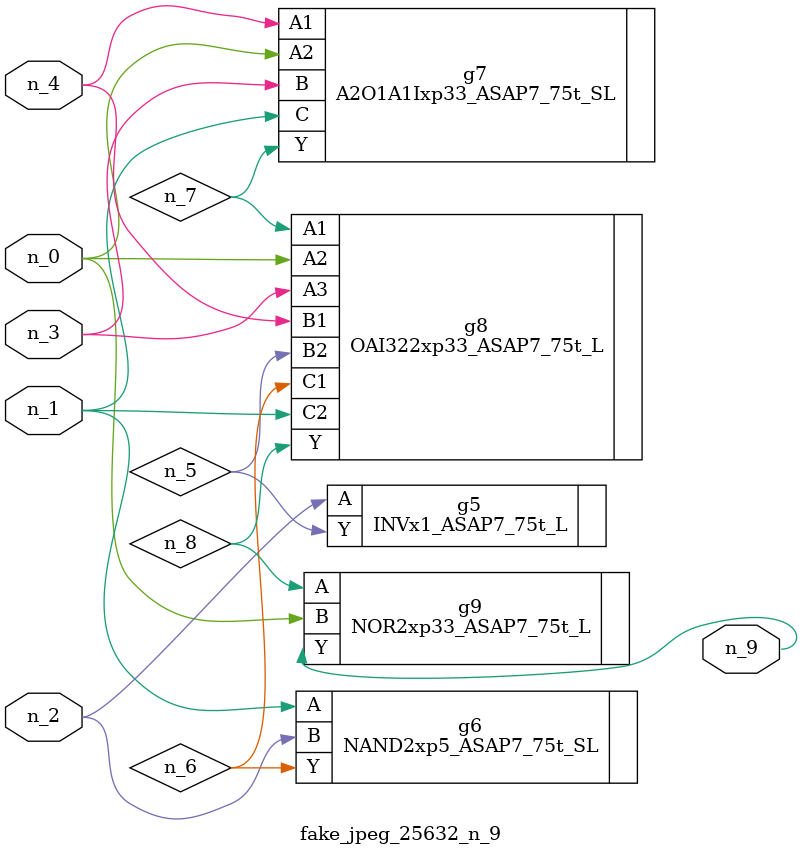
<source format=v>
module fake_jpeg_25632_n_9 (n_3, n_2, n_1, n_0, n_4, n_9);

input n_3;
input n_2;
input n_1;
input n_0;
input n_4;

output n_9;

wire n_8;
wire n_6;
wire n_5;
wire n_7;

INVx1_ASAP7_75t_L g5 ( 
.A(n_2),
.Y(n_5)
);

NAND2xp5_ASAP7_75t_SL g6 ( 
.A(n_1),
.B(n_2),
.Y(n_6)
);

A2O1A1Ixp33_ASAP7_75t_SL g7 ( 
.A1(n_4),
.A2(n_0),
.B(n_3),
.C(n_1),
.Y(n_7)
);

OAI322xp33_ASAP7_75t_L g8 ( 
.A1(n_7),
.A2(n_0),
.A3(n_3),
.B1(n_4),
.B2(n_5),
.C1(n_6),
.C2(n_1),
.Y(n_8)
);

NOR2xp33_ASAP7_75t_L g9 ( 
.A(n_8),
.B(n_0),
.Y(n_9)
);


endmodule
</source>
